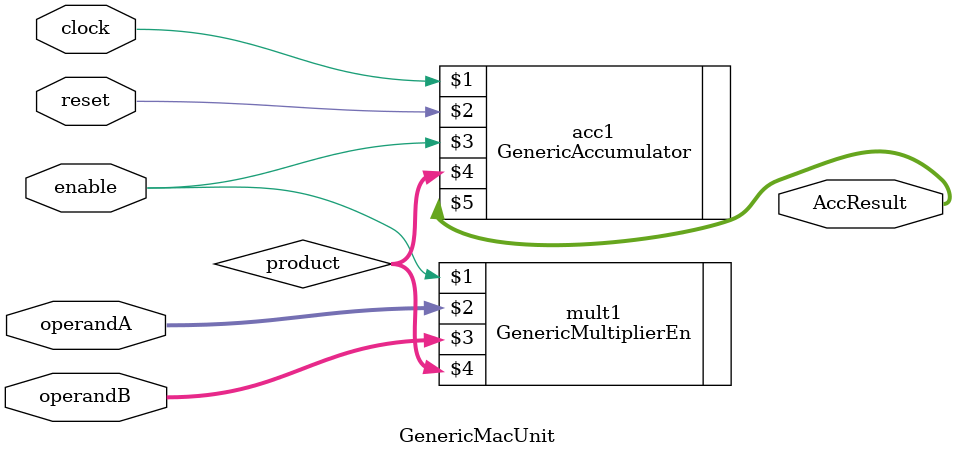
<source format=v>
`timescale 1ns / 1ps
module GenericMacUnit(clock,reset,enable,operandA,operandB,AccResult);

parameter bitwidthA=8;
parameter bitwidthB=8;
parameter AccCycles=400;
parameter bitwidthAccRes=25;

input reset;
input clock;
input enable;
input[bitwidthA-1:0] operandA; 
input[bitwidthB-1:0] operandB;
wire[bitwidthA+bitwidthB-1:0] product;
output[bitwidthAccRes-1:0] AccResult;

GenericMultiplierEn #(bitwidthA,bitwidthB) mult1(enable,operandA,operandB,product);
GenericAccumulator #(bitwidthA+bitwidthB,AccCycles,bitwidthAccRes) acc1(clock,reset,enable,product,AccResult); 

endmodule

</source>
